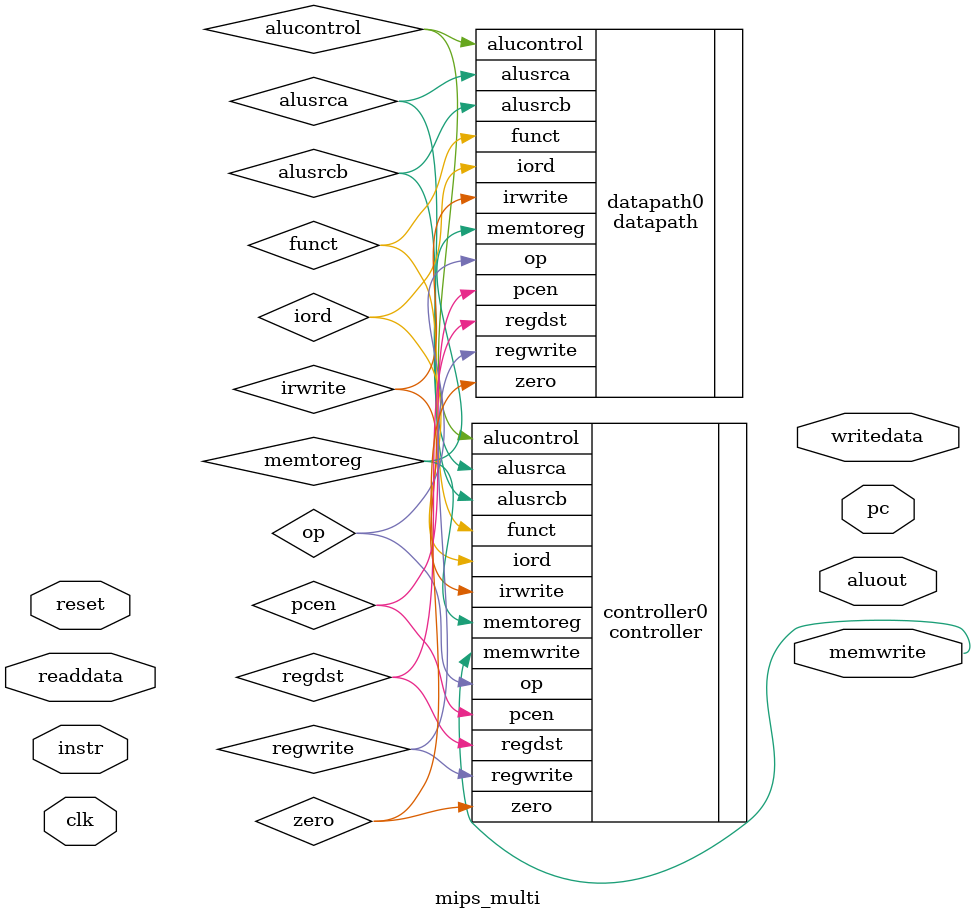
<source format=sv>
`timescale 1ns / 1ps

module mips_multi(
    input logic clk, reset,
    input logic [31:0] readdata,
	input logic [31:0] instr,
	
    output logic [31:0] aluout, writedata,
    output logic memwrite,
    output logic [31:0] pc
    );



controller controller0(
    .op(op),
    .funct(funct),
    .zero(zero),
    
    .pcen(pcen),
    .iord(iord),
    .memwrite(memwrite),//
    .irwrite(irwrite),
    .regdst(regdst),
    .memtoreg(memtoreg),
    .regwrite(regwrite),
    .alusrca(alusrca),
    .alusrcb(alusrcb),
    .alucontrol(alucontrol)
);

datapath datapath0(
    .pcen(pcen),
    .iord(iord),
//    .memwrite(memwrite),
    .irwrite(irwrite),
    .regdst(regdst),
    .memtoreg(memtoreg),
    .regwrite(regwrite),
    .alusrca(alusrca),
    .alusrcb(alusrcb),
    .alucontrol(alucontrol),
    
    .op(op),
    .funct(funct),
    .zero(zero)
    
    
);
endmodule

</source>
